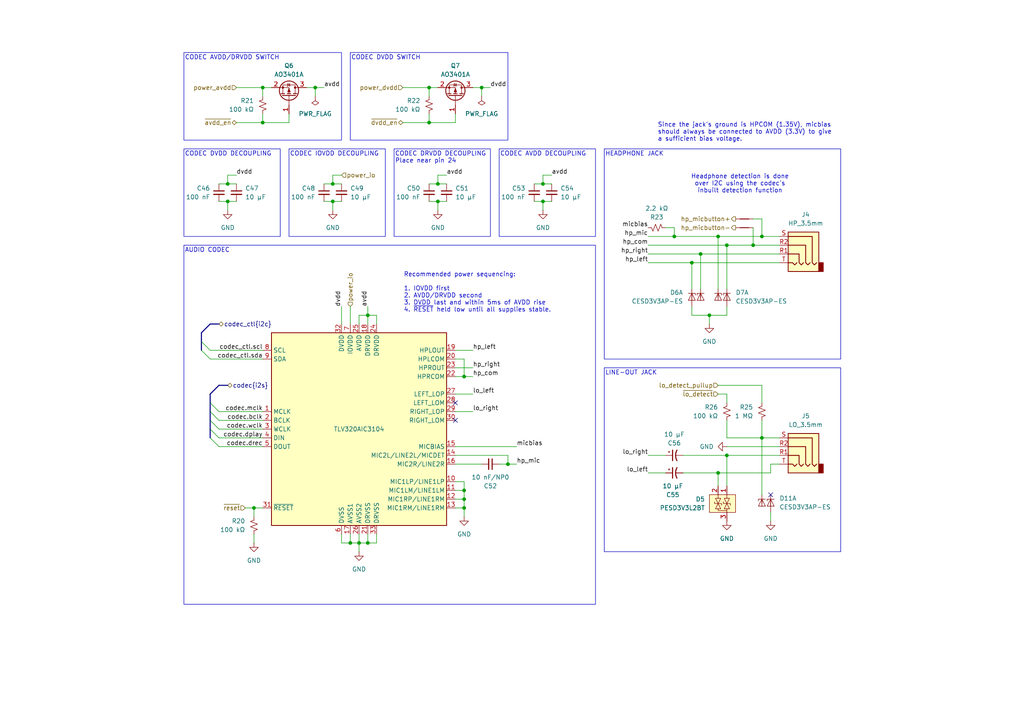
<source format=kicad_sch>
(kicad_sch (version 20250114) (generator "eeschema") (generator_version "9.0")
  (paper "A4")
  (title_block (title "Audio CODEC & 3.5mm jacks") (date "2024-11-14") (rev "Rev1.1") (comment 1 "Author: Aidan MacDonald") (comment 2 "Status: Development"))
  (lib_symbols
    (symbol "Connector_Audio:AudioJack4"
      (property "Reference" "J" (at 0 8.89 0))
      (property "Value" "AudioJack4" (at 0 6.35 0))
      (symbol "AudioJack4_0_1"
        (rectangle (start -6.35 -5.08) (end -7.62 -7.62) (stroke (width 0.254)) (fill (type outline)))
        (polyline (pts (xy -5.715 -5.08) (xy -5.08 -5.715) (xy -4.445 -5.08) (xy -4.445 2.54) (xy 2.54 2.54)) (stroke (width 0.254)))
        (polyline (pts (xy -1.905 -5.08) (xy -1.27 -5.715) (xy -0.635 -5.08) (xy -0.635 -2.54) (xy 2.54 -2.54)) (stroke (width 0.254)))
        (polyline (pts (xy 0 -5.08) (xy 0.635 -5.715) (xy 1.27 -5.08) (xy 2.54 -5.08)) (stroke (width 0.254)))
        (rectangle (start 2.54 3.81) (end -6.35 -7.62) (stroke (width 0.254)) (fill (type background)))
        (polyline (pts (xy 2.54 0) (xy -2.54 0) (xy -2.54 -5.08) (xy -3.175 -5.715) (xy -3.81 -5.08)) (stroke (width 0.254)))
      )
      (symbol "AudioJack4_1_1"
        (pin passive line (at 5.08 2.54 180) (length 2.54) (name "~") (number "S"))
        (pin passive line (at 5.08 0 180) (length 2.54) (name "~") (number "R2"))
        (pin passive line (at 5.08 -2.54 180) (length 2.54) (name "~") (number "R1"))
        (pin passive line (at 5.08 -5.08 180) (length 2.54) (name "~") (number "T"))
      )
    )
    (symbol "Device:C_Polarized_Small_US" (pin_numbers (hide yes)) (pin_names (offset 0.254) (hide yes))
      (property "Reference" "C" (at 0.254 1.778 0))
      (property "Value" "C_Polarized_Small_US" (at 0.254 -2.032 0))
      (symbol "C_Polarized_Small_US_0_1"
        (polyline (pts (xy -1.524 0.508) (xy 1.524 0.508)) (stroke (width 0.3048)))
        (polyline (pts (xy -1.27 1.524) (xy -0.762 1.524)))
        (polyline (pts (xy -1.016 1.27) (xy -1.016 1.778)))
        (arc (start -1.524 -0.762) (mid 0 -0.3734) (end 1.524 -0.762) (stroke (width 0.3048)))
      )
      (symbol "C_Polarized_Small_US_1_1"
        (pin passive line (at 0 2.54 270) (length 2.032) (name "~") (number "1"))
        (pin passive line (at 0 -2.54 90) (length 2.032) (name "~") (number "2"))
      )
    )
    (symbol "Device:C_Small" (pin_numbers (hide yes)) (pin_names (offset 0.254) (hide yes))
      (property "Reference" "C" (at 0.254 1.778 0))
      (property "Value" "C_Small" (at 0.254 -2.032 0))
      (symbol "C_Small_0_1"
        (polyline (pts (xy -1.524 0.508) (xy 1.524 0.508)) (stroke (width 0.3048)))
        (polyline (pts (xy -1.524 -0.508) (xy 1.524 -0.508)) (stroke (width 0.3302)))
      )
      (symbol "C_Small_1_1"
        (pin passive line (at 0 2.54 270) (length 2.032) (name "~") (number "1"))
        (pin passive line (at 0 -2.54 90) (length 2.032) (name "~") (number "2"))
      )
    )
    (symbol "Device:NetTie_2" (pin_numbers (hide yes)) (pin_names (offset 0) (hide yes)) (in_bom no)
      (property "Reference" "NT" (at 0 1.27 0))
      (property "Value" "NetTie_2" (at 0 -1.27 0))
      (symbol "NetTie_2_0_1"
        (polyline (pts (xy -1.27 0) (xy 1.27 0)) (stroke (width 0.254)))
      )
      (symbol "NetTie_2_1_1"
        (pin passive line (at -2.54 0 0) (length 2.54) (name "1") (number "1"))
        (pin passive line (at 2.54 0 180) (length 2.54) (name "2") (number "2"))
      )
    )
    (symbol "Device:Q_PMOS_GSD" (pin_names (offset 0) (hide yes))
      (property "Reference" "Q" (at 5.08 1.27 0))
      (property "Value" "Q_PMOS_GSD" (at 5.08 -1.27 0))
      (symbol "Q_PMOS_GSD_0_1"
        (polyline (pts (xy 0.254 1.905) (xy 0.254 -1.905)) (stroke (width 0.254)))
        (polyline (pts (xy 0.254 0) (xy -2.54 0)))
        (polyline (pts (xy 0.762 2.286) (xy 0.762 1.27)) (stroke (width 0.254)))
        (polyline (pts (xy 0.762 1.778) (xy 3.302 1.778) (xy 3.302 -1.778) (xy 0.762 -1.778)))
        (polyline (pts (xy 0.762 0.508) (xy 0.762 -0.508)) (stroke (width 0.254)))
        (polyline (pts (xy 0.762 -1.27) (xy 0.762 -2.286)) (stroke (width 0.254)))
        (circle (center 1.651 0) (radius 2.794) (stroke (width 0.254)))
        (polyline (pts (xy 2.286 0) (xy 1.27 0.381) (xy 1.27 -0.381) (xy 2.286 0)) (fill (type outline)))
        (polyline (pts (xy 2.54 2.54) (xy 2.54 1.778)))
        (circle (center 2.54 1.778) (radius 0.254) (fill (type outline)))
        (circle (center 2.54 -1.778) (radius 0.254) (fill (type outline)))
        (polyline (pts (xy 2.54 -2.54) (xy 2.54 0) (xy 0.762 0)))
        (polyline (pts (xy 2.794 -0.508) (xy 2.921 -0.381) (xy 3.683 -0.381) (xy 3.81 -0.254)))
        (polyline (pts (xy 3.302 -0.381) (xy 2.921 0.254) (xy 3.683 0.254) (xy 3.302 -0.381)))
      )
      (symbol "Q_PMOS_GSD_1_1"
        (pin input line (at -5.08 0 0) (length 2.54) (name "G") (number "1"))
        (pin passive line (at 2.54 5.08 270) (length 2.54) (name "D") (number "3"))
        (pin passive line (at 2.54 -5.08 90) (length 2.54) (name "S") (number "2"))
      )
    )
    (symbol "Device:R_Small_US" (pin_numbers (hide yes)) (pin_names (offset 0.254) (hide yes))
      (property "Reference" "R" (at 0.762 0.508 0))
      (property "Value" "R_Small_US" (at 0.762 -1.016 0))
      (symbol "R_Small_US_1_1"
        (polyline (pts (xy 0 1.524) (xy 1.016 1.143) (xy 0 0.762) (xy -1.016 0.381) (xy 0 0)))
        (polyline (pts (xy 0 0) (xy 1.016 -0.381) (xy 0 -0.762) (xy -1.016 -1.143) (xy 0 -1.524)))
        (pin passive line (at 0 2.54 270) (length 1.016) (name "~") (number "1"))
        (pin passive line (at 0 -2.54 90) (length 1.016) (name "~") (number "2"))
      )
    )
    (symbol "echoplayer:CESD3V3AP-ES" (pin_numbers (hide yes)) (pin_names (hide yes))
      (property "Reference" "D" (at -1.524 2.54 0))
      (property "Value" "CESD3V3AP-ES" (at 0 -2.54 0))
      (symbol "CESD3V3AP-ES_0_1"
        (polyline (pts (xy -1.27 1.016) (xy -1.27 -1.016) (xy -0.762 -1.016)))
        (polyline (pts (xy 0.762 1.016) (xy -1.27 0) (xy 0.762 -1.016) (xy 0.762 1.016)))
        (polyline (pts (xy 0.762 0) (xy -1.27 0)))
      )
      (symbol "CESD3V3AP-ES_1_1"
        (pin passive line (at -2.54 0 0) (length 2.54) (name "K1") (number "1"))
        (pin passive line (at 2.54 0 180) (length 2.54) (name "A") (number "3"))
      )
      (symbol "CESD3V3AP-ES_2_1"
        (pin passive line (at -2.54 0 0) (length 2.54) (name "K2") (number "2"))
      )
    )
    (symbol "echoplayer:PESD3V3L2BT" (pin_names (offset 0.002) (hide yes))
      (property "Reference" "D" (at -1.524 3.556 0))
      (property "Value" "PESD3V3L2BT" (at 0 -6.604 0))
      (symbol "PESD3V3L2BT_0_1"
        (polyline (pts (xy -1.524 0.762) (xy 0 0) (xy -1.524 -0.762) (xy -1.524 0.762)))
        (polyline (pts (xy -1.524 -1.778) (xy 0 -2.54) (xy -1.524 -3.302) (xy -1.524 -1.778)))
        (polyline (pts (xy 1.524 0.762) (xy 0 0) (xy 1.524 -0.762) (xy 1.524 0.762)))
        (polyline (pts (xy 1.524 -1.778) (xy 0 -2.54) (xy 1.524 -3.302) (xy 1.524 -1.778)))
      )
      (symbol "PESD3V3L2BT_1_1"
        (rectangle (start -2.54 2.54) (end 2.54 -5.08) (fill (type background)))
        (polyline (pts (xy -2.54 0) (xy -1.524 0)))
        (polyline (pts (xy -2.54 -2.54) (xy -1.524 -2.54)))
        (polyline (pts (xy -0.508 -1.016) (xy 0 -1.016) (xy 0 1.016) (xy 0.508 1.016)))
        (polyline (pts (xy -0.508 -3.556) (xy 0 -3.556) (xy 0 -1.524) (xy 0.508 -1.524)))
        (polyline (pts (xy 2.032 0) (xy 2.032 -2.54) (xy 1.524 -2.54)))
        (polyline (pts (xy 2.54 0) (xy 1.524 0)))
        (pin passive line (at -5.08 0 0) (length 2.54) (name "IO1") (number "1"))
        (pin passive line (at -5.08 -2.54 0) (length 2.54) (name "IO2") (number "2"))
        (pin passive line (at 5.08 0 180) (length 2.54) (name "GND") (number "3"))
      )
    )
    (symbol "echoplayer:TLV320AIC3104"
      (property "Value" "TLV320AIC3104" (at -7.366 0 0))
      (symbol "TLV320AIC3104_0_1"
        (rectangle (start -25.4 27.94) (end 25.4 -27.94) (stroke (width 0.254)) (fill (type background)))
      )
      (symbol "TLV320AIC3104_1_1"
        (pin bidirectional line (at -27.94 22.86 0) (length 2.54) (name "SCL") (number "8"))
        (pin bidirectional line (at -27.94 20.32 0) (length 2.54) (name "SDA") (number "9"))
        (pin input line (at -27.94 5.08 0) (length 2.54) (name "MCLK") (number "1"))
        (pin bidirectional line (at -27.94 2.54 0) (length 2.54) (name "BCLK") (number "2"))
        (pin bidirectional line (at -27.94 0 0) (length 2.54) (name "WCLK") (number "3"))
        (pin input line (at -27.94 -2.54 0) (length 2.54) (name "DIN") (number "4"))
        (pin output line (at -27.94 -5.08 0) (length 2.54) (name "DOUT") (number "5"))
        (pin input line (at -27.94 -22.86 0) (length 2.54) (name "~{RESET}") (number "31"))
        (pin power_in line (at -5.08 30.48 270) (length 2.54) (name "DVDD") (number "32"))
        (pin power_in line (at -5.08 -30.48 90) (length 2.54) (name "DVSS") (number "6"))
        (pin power_in line (at -2.54 30.48 270) (length 2.54) (name "IOVDD") (number "7"))
        (pin power_in line (at -2.54 -30.48 90) (length 2.54) (name "AVSS1") (number "17"))
        (pin power_in line (at 0 30.48 270) (length 2.54) (name "AVDD") (number "25"))
        (pin power_in line (at 0 -30.48 90) (length 2.54) (name "AVSS2") (number "26"))
        (pin power_in line (at 2.54 30.48 270) (length 2.54) (name "DRVDD") (number "18"))
        (pin power_in line (at 2.54 -30.48 90) (length 2.54) (name "DRVSS") (number "21"))
        (pin power_in line (at 5.08 30.48 270) (length 2.54) (name "DRVDD") (number "24"))
        (pin power_in line (at 5.08 -30.48 90) (length 2.54) (name "DRVSS") (number "33"))
        (pin output line (at 27.94 22.86 180) (length 2.54) (name "HPLOUT") (number "19"))
        (pin bidirectional line (at 27.94 20.32 180) (length 2.54) (name "HPLCOM") (number "20"))
        (pin output line (at 27.94 17.78 180) (length 2.54) (name "HPROUT") (number "23"))
        (pin output line (at 27.94 15.24 180) (length 2.54) (name "HPRCOM") (number "22"))
        (pin output line (at 27.94 10.16 180) (length 2.54) (name "LEFT_LOP") (number "27"))
        (pin output line (at 27.94 7.62 180) (length 2.54) (name "LEFT_LOM") (number "28"))
        (pin output line (at 27.94 5.08 180) (length 2.54) (name "RIGHT_LOP") (number "29"))
        (pin output line (at 27.94 2.54 180) (length 2.54) (name "RIGHT_LOM") (number "30"))
        (pin power_out line (at 27.94 -5.08 180) (length 2.54) (name "MICBIAS") (number "15"))
        (pin input line (at 27.94 -7.62 180) (length 2.54) (name "MIC2L/LINE2L/MICDET") (number "14"))
        (pin input line (at 27.94 -10.16 180) (length 2.54) (name "MIC2R/LINE2R") (number "16"))
        (pin input line (at 27.94 -15.24 180) (length 2.54) (name "MIC1LP/LINE1LP") (number "10"))
        (pin input line (at 27.94 -17.78 180) (length 2.54) (name "MIC1LM/LINE1LM") (number "11"))
        (pin input line (at 27.94 -20.32 180) (length 2.54) (name "MIC1RP/LINE1RM") (number "12"))
        (pin input line (at 27.94 -22.86 180) (length 2.54) (name "MIC1RM/LINE1RM") (number "13"))
      )
    )
    (symbol "power:GND" (power) (pin_numbers (hide yes)) (pin_names (offset 0) (hide yes))
      (property "Value" "GND" (at 0 -3.81 0))
      (symbol "GND_0_1"
        (polyline (pts (xy 0 0) (xy 0 -1.27) (xy 1.27 -1.27) (xy 0 -2.54) (xy -1.27 -1.27) (xy 0 -1.27)))
      )
      (symbol "GND_1_1"
        (pin power_in line (at 0 0 270) (length 0) (name "~") (number "1"))
      )
    )
    (symbol "power:PWR_FLAG" (power) (pin_numbers (hide yes)) (pin_names (offset 0) (hide yes))
      (property "Value" "PWR_FLAG" (at 0 3.81 0))
      (symbol "PWR_FLAG_0_0"
        (pin power_out line (at 0 0 90) (length 0) (name "~") (number "1"))
      )
      (symbol "PWR_FLAG_0_1"
        (polyline (pts (xy 0 0) (xy 0 1.27) (xy -1.016 1.905) (xy 0 2.54) (xy 1.016 1.905) (xy 0 1.27)))
      )
    )
  )
  (rectangle (start 175.26 43.18) (end 243.84 104.14))
  (rectangle (start 101.6 15.24) (end 147.32 40.64))
  (rectangle (start 175.26 106.68) (end 243.84 160.02))
  (rectangle (start 53.34 71.12) (end 172.72 175.26))
  (rectangle (start 114.3 43.18) (end 142.24 68.58))
  (rectangle (start 144.78 43.18) (end 172.72 68.58))
  (rectangle (start 83.82 43.18) (end 111.76 68.58))
  (rectangle (start 53.34 15.24) (end 99.06 40.64))
  (rectangle (start 53.34 43.18) (end 81.28 68.58))
  (text "HEADPHONE JACK" (at 175.514 43.942 0) (effects (font (size 1.27 1.27)) (justify left top)))
  (text "CODEC AVDD DECOUPLING" (at 145.034 43.942 0) (effects (font (size 1.27 1.27)) (justify left top)))
  (text "CODEC AVDD/DRVDD SWITCH" (at 53.594 16.764 0) (effects (font (size 1.27 1.27)) (justify left)))
  (text "CODEC DRVDD DECOUPLING\nPlace near pin 24" (at 114.554 43.942 0) (effects (font (size 1.27 1.27)) (justify left top)))
  (text "Headphone detection is done\nover I2C using the codec's\ninbuilt detection function" (at 214.63 53.34 0) (effects (font (size 1.27 1.27))))
  (text "CODEC DVDD DECOUPLING" (at 53.594 43.942 0) (effects (font (size 1.27 1.27)) (justify left top)))
  (text "LINE-OUT JACK" (at 175.514 107.442 0) (effects (font (size 1.27 1.27)) (justify left top)))
  (text "CODEC IOVDD DECOUPLING" (at 84.074 43.942 0) (effects (font (size 1.27 1.27)) (justify left top)))
  (text "Since the jack's ground is HPCOM (1.35V), micbias\nshould always be connected to AVDD (3.3V) to give\na sufficient bias voltage." (at 190.754 38.354 0) (effects (font (size 1.27 1.27)) (justify left)))
  (text "AUDIO CODEC" (at 53.594 71.882 0) (effects (font (size 1.27 1.27)) (justify left top)))
  (text "Recommended power sequencing:\n\n1. IOVDD first\n2. AVDD/DRVDD second\n3. DVDD last and within 5ms of AVDD rise\n4. ~{RESET} held low until all supplies stable." (at 117.094 84.836 0) (effects (font (size 1.27 1.27)) (justify left)))
  (text "CODEC DVDD SWITCH" (at 101.854 16.764 0) (effects (font (size 1.27 1.27)) (justify left)))
  (junction (at 157.48 58.42))
  (junction (at 139.7 25.4))
  (junction (at 147.32 134.62))
  (junction (at 76.2 35.56))
  (junction (at 96.52 53.34))
  (junction (at 208.28 68.58))
  (junction (at 104.14 157.48))
  (junction (at 66.04 58.42))
  (junction (at 106.68 91.44))
  (junction (at 73.66 147.32))
  (junction (at 210.82 71.12))
  (junction (at 134.62 147.32))
  (junction (at 218.44 71.12))
  (junction (at 96.52 58.42))
  (junction (at 200.66 76.2))
  (junction (at 205.74 91.44))
  (junction (at 66.04 53.34))
  (junction (at 124.46 25.4))
  (junction (at 203.2 73.66))
  (junction (at 127 53.34))
  (junction (at 76.2 25.4))
  (junction (at 220.98 127))
  (junction (at 127 58.42))
  (junction (at 134.62 142.24))
  (junction (at 106.68 157.48))
  (junction (at 195.58 68.58))
  (junction (at 157.48 53.34))
  (junction (at 208.28 137.16))
  (junction (at 210.82 132.08))
  (junction (at 101.6 157.48))
  (junction (at 91.44 25.4))
  (junction (at 134.62 144.78))
  (junction (at 220.98 68.58))
  (junction (at 124.46 35.56))
  (junction (at 134.62 109.22))
  (no_connect (at 223.52 143.51))
  (no_connect (at 132.08 116.84))
  (no_connect (at 132.08 121.92))
  (bus_entry (at 60.96 116.84) (size 2.54 2.54))
  (bus_entry (at 58.42 101.6) (size 2.54 2.54))
  (bus_entry (at 60.96 119.38) (size 2.54 2.54))
  (bus_entry (at 60.96 124.46) (size 2.54 2.54))
  (bus_entry (at 58.42 99.06) (size 2.54 2.54))
  (bus_entry (at 60.96 127) (size 2.54 2.54))
  (bus_entry (at 60.96 121.92) (size 2.54 2.54))
  (wire (pts (xy 200.66 76.2) (xy 200.66 83.82)))
  (wire (pts (xy 106.68 154.94) (xy 106.68 157.48)))
  (wire (pts (xy 104.14 91.44) (xy 106.68 91.44)))
  (wire (pts (xy 134.62 149.86) (xy 134.62 147.32)))
  (wire (pts (xy 157.48 58.42) (xy 160.02 58.42)))
  (wire (pts (xy 96.52 50.8) (xy 96.52 53.34)))
  (wire (pts (xy 226.06 127) (xy 220.98 127)))
  (wire (pts (xy 208.28 137.16) (xy 223.52 137.16)))
  (wire (pts (xy 134.62 144.78) (xy 134.62 147.32)))
  (wire (pts (xy 66.04 60.96) (xy 66.04 58.42)))
  (wire (pts (xy 210.82 132.08) (xy 226.06 132.08)))
  (bus (pts (xy 60.96 116.84) (xy 60.96 119.38)))
  (wire (pts (xy 134.62 104.14) (xy 134.62 109.22)))
  (wire (pts (xy 73.66 147.32) (xy 76.2 147.32)))
  (wire (pts (xy 147.32 134.62) (xy 149.86 134.62)))
  (wire (pts (xy 132.08 129.54) (xy 149.86 129.54)))
  (wire (pts (xy 220.98 63.5) (xy 220.98 68.58)))
  (bus (pts (xy 60.96 124.46) (xy 60.96 127)))
  (wire (pts (xy 99.06 154.94) (xy 99.06 157.48)))
  (wire (pts (xy 132.08 142.24) (xy 134.62 142.24)))
  (wire (pts (xy 208.28 68.58) (xy 208.28 83.82)))
  (wire (pts (xy 71.12 147.32) (xy 73.66 147.32)))
  (wire (pts (xy 134.62 109.22) (xy 137.16 109.22)))
  (wire (pts (xy 60.96 101.6) (xy 76.2 101.6)))
  (wire (pts (xy 195.58 68.58) (xy 208.28 68.58)))
  (wire (pts (xy 203.2 73.66) (xy 203.2 83.82)))
  (wire (pts (xy 76.2 35.56) (xy 68.58 35.56)))
  (wire (pts (xy 127 50.8) (xy 127 53.34)))
  (wire (pts (xy 83.82 33.02) (xy 83.82 35.56)))
  (wire (pts (xy 106.68 88.9) (xy 106.68 91.44)))
  (wire (pts (xy 106.68 91.44) (xy 106.68 93.98)))
  (wire (pts (xy 210.82 129.54) (xy 226.06 129.54)))
  (wire (pts (xy 104.14 154.94) (xy 104.14 157.48)))
  (wire (pts (xy 66.04 53.34) (xy 68.58 53.34)))
  (wire (pts (xy 218.44 63.5) (xy 220.98 63.5)))
  (wire (pts (xy 203.2 73.66) (xy 226.06 73.66)))
  (wire (pts (xy 200.66 76.2) (xy 226.06 76.2)))
  (wire (pts (xy 106.68 91.44) (xy 109.22 91.44)))
  (wire (pts (xy 218.44 66.04) (xy 218.44 71.12)))
  (bus (pts (xy 58.42 99.06) (xy 58.42 101.6)))
  (wire (pts (xy 93.98 58.42) (xy 96.52 58.42)))
  (wire (pts (xy 99.06 88.9) (xy 99.06 93.98)))
  (wire (pts (xy 208.28 68.58) (xy 220.98 68.58)))
  (wire (pts (xy 109.22 157.48) (xy 106.68 157.48)))
  (wire (pts (xy 218.44 71.12) (xy 226.06 71.12)))
  (bus (pts (xy 60.96 93.98) (xy 63.5 93.98)))
  (wire (pts (xy 210.82 88.9) (xy 210.82 91.44)))
  (wire (pts (xy 104.14 157.48) (xy 104.14 160.02)))
  (wire (pts (xy 91.44 25.4) (xy 93.98 25.4)))
  (wire (pts (xy 96.52 58.42) (xy 99.06 58.42)))
  (wire (pts (xy 210.82 114.3) (xy 208.28 114.3)))
  (wire (pts (xy 91.44 25.4) (xy 91.44 27.94)))
  (wire (pts (xy 144.78 134.62) (xy 147.32 134.62)))
  (wire (pts (xy 208.28 137.16) (xy 208.28 140.97)))
  (wire (pts (xy 187.96 73.66) (xy 203.2 73.66)))
  (bus (pts (xy 60.96 114.3) (xy 60.96 116.84)))
  (wire (pts (xy 109.22 91.44) (xy 109.22 93.98)))
  (wire (pts (xy 132.08 109.22) (xy 134.62 109.22)))
  (wire (pts (xy 154.94 58.42) (xy 157.48 58.42)))
  (wire (pts (xy 132.08 119.38) (xy 137.16 119.38)))
  (wire (pts (xy 76.2 33.02) (xy 76.2 35.56)))
  (wire (pts (xy 132.08 114.3) (xy 137.16 114.3)))
  (wire (pts (xy 220.98 127) (xy 220.98 121.92)))
  (wire (pts (xy 137.16 25.4) (xy 139.7 25.4)))
  (wire (pts (xy 210.82 71.12) (xy 218.44 71.12)))
  (wire (pts (xy 124.46 35.56) (xy 116.84 35.56)))
  (wire (pts (xy 223.52 137.16) (xy 223.52 134.62)))
  (wire (pts (xy 66.04 50.8) (xy 68.58 50.8)))
  (wire (pts (xy 132.08 144.78) (xy 134.62 144.78)))
  (wire (pts (xy 139.7 25.4) (xy 142.24 25.4)))
  (bus (pts (xy 60.96 119.38) (xy 60.96 121.92)))
  (wire (pts (xy 63.5 53.34) (xy 66.04 53.34)))
  (wire (pts (xy 147.32 132.08) (xy 147.32 134.62)))
  (wire (pts (xy 73.66 154.94) (xy 73.66 157.48)))
  (wire (pts (xy 101.6 154.94) (xy 101.6 157.48)))
  (bus (pts (xy 58.42 96.52) (xy 60.96 93.98)))
  (wire (pts (xy 187.96 71.12) (xy 210.82 71.12)))
  (wire (pts (xy 132.08 139.7) (xy 134.62 139.7)))
  (wire (pts (xy 210.82 116.84) (xy 210.82 114.3)))
  (wire (pts (xy 198.12 137.16) (xy 208.28 137.16)))
  (wire (pts (xy 104.14 93.98) (xy 104.14 91.44)))
  (wire (pts (xy 154.94 53.34) (xy 157.48 53.34)))
  (wire (pts (xy 193.04 66.04) (xy 195.58 66.04)))
  (wire (pts (xy 68.58 25.4) (xy 76.2 25.4)))
  (wire (pts (xy 210.82 127) (xy 220.98 127)))
  (wire (pts (xy 127 60.96) (xy 127 58.42)))
  (wire (pts (xy 223.52 134.62) (xy 226.06 134.62)))
  (wire (pts (xy 93.98 53.34) (xy 96.52 53.34)))
  (wire (pts (xy 76.2 25.4) (xy 76.2 27.94)))
  (wire (pts (xy 63.5 124.46) (xy 76.2 124.46)))
  (wire (pts (xy 132.08 35.56) (xy 124.46 35.56)))
  (wire (pts (xy 116.84 25.4) (xy 124.46 25.4)))
  (wire (pts (xy 88.9 25.4) (xy 91.44 25.4)))
  (wire (pts (xy 127 50.8) (xy 129.54 50.8)))
  (wire (pts (xy 132.08 134.62) (xy 139.7 134.62)))
  (wire (pts (xy 210.82 71.12) (xy 210.82 83.82)))
  (wire (pts (xy 106.68 157.48) (xy 104.14 157.48)))
  (wire (pts (xy 96.52 53.34) (xy 99.06 53.34)))
  (wire (pts (xy 205.74 91.44) (xy 205.74 93.98)))
  (wire (pts (xy 60.96 104.14) (xy 76.2 104.14)))
  (wire (pts (xy 63.5 127) (xy 76.2 127)))
  (wire (pts (xy 63.5 129.54) (xy 76.2 129.54)))
  (wire (pts (xy 101.6 88.9) (xy 101.6 93.98)))
  (wire (pts (xy 223.52 148.59) (xy 223.52 151.13)))
  (wire (pts (xy 157.48 50.8) (xy 160.02 50.8)))
  (wire (pts (xy 132.08 33.02) (xy 132.08 35.56)))
  (wire (pts (xy 63.5 119.38) (xy 76.2 119.38)))
  (wire (pts (xy 109.22 154.94) (xy 109.22 157.48)))
  (wire (pts (xy 134.62 139.7) (xy 134.62 142.24)))
  (wire (pts (xy 63.5 58.42) (xy 66.04 58.42)))
  (wire (pts (xy 76.2 25.4) (xy 78.74 25.4)))
  (wire (pts (xy 101.6 157.48) (xy 104.14 157.48)))
  (wire (pts (xy 96.52 50.8) (xy 99.06 50.8)))
  (wire (pts (xy 124.46 33.02) (xy 124.46 35.56)))
  (wire (pts (xy 139.7 25.4) (xy 139.7 27.94)))
  (wire (pts (xy 187.96 132.08) (xy 193.04 132.08)))
  (wire (pts (xy 195.58 66.04) (xy 195.58 68.58)))
  (bus (pts (xy 60.96 121.92) (xy 60.96 124.46)))
  (wire (pts (xy 157.48 53.34) (xy 160.02 53.34)))
  (wire (pts (xy 124.46 25.4) (xy 124.46 27.94)))
  (wire (pts (xy 132.08 104.14) (xy 134.62 104.14)))
  (wire (pts (xy 210.82 121.92) (xy 210.82 127)))
  (wire (pts (xy 200.66 91.44) (xy 205.74 91.44)))
  (wire (pts (xy 134.62 147.32) (xy 132.08 147.32)))
  (wire (pts (xy 83.82 35.56) (xy 76.2 35.56)))
  (wire (pts (xy 132.08 101.6) (xy 137.16 101.6)))
  (wire (pts (xy 63.5 121.92) (xy 76.2 121.92)))
  (wire (pts (xy 208.28 111.76) (xy 220.98 111.76)))
  (wire (pts (xy 132.08 132.08) (xy 147.32 132.08)))
  (wire (pts (xy 220.98 127) (xy 220.98 143.51)))
  (wire (pts (xy 187.96 76.2) (xy 200.66 76.2)))
  (wire (pts (xy 66.04 58.42) (xy 68.58 58.42)))
  (wire (pts (xy 157.48 50.8) (xy 157.48 53.34)))
  (wire (pts (xy 127 58.42) (xy 129.54 58.42)))
  (wire (pts (xy 200.66 88.9) (xy 200.66 91.44)))
  (wire (pts (xy 220.98 68.58) (xy 226.06 68.58)))
  (bus (pts (xy 58.42 96.52) (xy 58.42 99.06)))
  (wire (pts (xy 124.46 25.4) (xy 127 25.4)))
  (wire (pts (xy 198.12 132.08) (xy 210.82 132.08)))
  (wire (pts (xy 66.04 50.8) (xy 66.04 53.34)))
  (wire (pts (xy 99.06 157.48) (xy 101.6 157.48)))
  (wire (pts (xy 134.62 142.24) (xy 134.62 144.78)))
  (bus (pts (xy 63.5 111.76) (xy 60.96 114.3)))
  (bus (pts (xy 63.5 111.76) (xy 66.04 111.76)))
  (wire (pts (xy 210.82 132.08) (xy 210.82 140.97)))
  (wire (pts (xy 187.96 68.58) (xy 195.58 68.58)))
  (wire (pts (xy 157.48 60.96) (xy 157.48 58.42)))
  (wire (pts (xy 210.82 91.44) (xy 205.74 91.44)))
  (wire (pts (xy 127 53.34) (xy 129.54 53.34)))
  (wire (pts (xy 132.08 106.68) (xy 137.16 106.68)))
  (wire (pts (xy 96.52 60.96) (xy 96.52 58.42)))
  (wire (pts (xy 124.46 58.42) (xy 127 58.42)))
  (wire (pts (xy 73.66 147.32) (xy 73.66 149.86)))
  (wire (pts (xy 124.46 53.34) (xy 127 53.34)))
  (wire (pts (xy 220.98 111.76) (xy 220.98 116.84)))
  (wire (pts (xy 187.96 137.16) (xy 193.04 137.16)))
  (label "lo_right" (at 187.96 132.08 180))
  (label "codec_ctl.scl" (at 76.2 101.6 180))
  (label "codec.dplay" (at 76.2 127 180))
  (label "micbias" (at 149.86 129.54 0))
  (label "hp_mic" (at 187.96 68.58 180))
  (label "avdd" (at 93.98 25.4 0))
  (label "micbias" (at 187.96 66.04 180))
  (label "codec.mclk" (at 76.2 119.38 180))
  (label "hp_mic" (at 149.86 134.62 0))
  (label "hp_left" (at 187.96 76.2 180))
  (label "dvdd" (at 142.24 25.4 0))
  (label "lo_left" (at 137.16 114.3 0))
  (label "codec.drec" (at 76.2 129.54 180))
  (label "hp_right" (at 187.96 73.66 180))
  (label "codec.bclk" (at 76.2 121.92 180))
  (label "codec_ctl.sda" (at 76.2 104.14 180))
  (label "lo_right" (at 137.16 119.38 0))
  (label "hp_com" (at 137.16 109.22 0))
  (label "dvdd" (at 99.06 88.9 90))
  (label "dvdd" (at 68.58 50.8 0))
  (label "avdd" (at 129.54 50.8 0))
  (label "hp_right" (at 137.16 106.68 0))
  (label "codec.wclk" (at 76.2 124.46 180))
  (label "lo_left" (at 187.96 137.16 180))
  (label "avdd" (at 106.68 88.9 90))
  (label "hp_left" (at 137.16 101.6 0))
  (label "hp_com" (at 187.96 71.12 180))
  (label "avdd" (at 160.02 50.8 0))
  (hierarchical_label "~{dvdd_en}" (shape tri_state) (at 116.84 35.56 180))
  (hierarchical_label "codec{i2s}" (shape bidirectional) (at 66.04 111.76 0))
  (hierarchical_label "power_avdd" (shape input) (at 68.58 25.4 180))
  (hierarchical_label "hp_micbutton-" (shape output) (at 213.36 66.04 180))
  (hierarchical_label "codec_ctl{i2c}" (shape bidirectional) (at 63.5 93.98 0))
  (hierarchical_label "~{avdd_en}" (shape tri_state) (at 68.58 35.56 180))
  (hierarchical_label "~{lo_detect}" (shape input) (at 208.28 114.3 180) (effects (font (thickness 0.1588))))
  (hierarchical_label "power_io" (shape input) (at 99.06 50.8 0))
  (hierarchical_label "power_dvdd" (shape input) (at 116.84 25.4 180))
  (hierarchical_label "~{reset}" (shape input) (at 71.12 147.32 180))
  (hierarchical_label "power_io" (shape input) (at 101.6 88.9 90))
  (hierarchical_label "hp_micbutton+" (shape output) (at 213.36 63.5 180))
  (hierarchical_label "lo_detect_pullup" (shape input) (at 208.28 111.76 180) (effects (font (thickness 0.1588))))
  (symbol (lib_id "power:PWR_FLAG") (at 91.44 27.94 180) (unit 1)
    (property "Reference" "#FLG06" (effects (hide yes)))
    (property "Value" "PWR_FLAG" (at 91.44 33.02 0))
    (property "Description" "Special symbol for telling ERC where power comes from" (effects (hide yes)))
  )
  (symbol (lib_id "Device:C_Small") (at 93.98 55.88 0) (mirror y) (unit 1)
    (property "Reference" "C48" (at 91.44 54.6162 0) (effects (justify left)))
    (property "Value" "100 nF" (at 91.44 57.1562 0) (effects (justify left)))
    (property "Footprint" "Capacitor_SMD:C_0402_1005Metric" (effects (hide yes)))
    (property "Description" "Unpolarized capacitor, small symbol" (effects (hide yes)))
    (property "LCSC#" "C77020" (effects (hide yes)))
  )
  (symbol (lib_id "Device:R_Small_US") (at 210.82 119.38 0) (mirror y) (unit 1)
    (property "Reference" "R26" (at 208.28 118.1099 0) (effects (justify left)))
    (property "Value" "100 kΩ" (at 208.28 120.6499 0) (effects (justify left)))
    (property "Footprint" "Resistor_SMD:R_0402_1005Metric" (effects (hide yes)))
    (property "Description" "Resistor, small US symbol" (effects (hide yes)))
    (property "LCSC#" "C60491" (effects (hide yes)))
  )
  (symbol (lib_id "echoplayer:CESD3V3AP-ES") (at 220.98 146.05 270) (unit 2)
    (property "Reference" "D11" (effects (hide yes)))
    (property "Value" "CESD3V3AP-ES" (effects (hide yes)))
    (property "Footprint" "Package_TO_SOT_SMD:SOT-23" (effects (hide yes)))
    (property "Datasheet" "https://www.lcsc.com/datasheet/lcsc_datasheet_2409051031_ElecSuper-CESD3V3AP-ES_C5199223.pdf" (effects (hide yes)))
    (property "Description" "Unidirectional dual ESD protection diode array, 3.3V, Common Anode, SOT-23" (effects (hide yes)))
    (property "LCSC#" "C5199223" (effects (hide yes)))
  )
  (symbol (lib_id "Device:R_Small_US") (at 220.98 119.38 0) (mirror y) (unit 1)
    (property "Reference" "R25" (at 218.44 118.1099 0) (effects (justify left)))
    (property "Value" "1 MΩ" (at 218.44 120.6499 0) (effects (justify left)))
    (property "Footprint" "Resistor_SMD:R_0402_1005Metric" (effects (hide yes)))
    (property "Description" "Resistor, small US symbol" (effects (hide yes)))
    (property "LCSC#" "C138033" (effects (hide yes)))
  )
  (symbol (lib_id "Device:C_Small") (at 129.54 55.88 0) (unit 1)
    (property "Reference" "C51" (at 132.08 54.6162 0) (effects (justify left)))
    (property "Value" "10 µF" (at 132.08 57.1562 0) (effects (justify left)))
    (property "Footprint" "Capacitor_SMD:C_0603_1608Metric" (effects (hide yes)))
    (property "Description" "Unpolarized capacitor, small symbol" (effects (hide yes)))
    (property "LCSC#" "C91606" (effects (hide yes)))
  )
  (symbol (lib_id "Device:NetTie_2") (at 215.9 63.5 0) (unit 1) (in_bom no)
    (property "Reference" "NT1" (effects (hide yes)))
    (property "Value" "NetTie_2" (effects (hide yes)))
    (property "Footprint" "echoplayer:NetTie_0.15mm_SMD" (effects (hide yes)))
    (property "Description" "Net tie, 2 pins" (effects (hide yes)))
  )
  (symbol (lib_id "Device:C_Small") (at 68.58 55.88 0) (unit 1)
    (property "Reference" "C47" (at 71.12 54.6162 0) (effects (justify left)))
    (property "Value" "10 µF" (at 71.12 57.1562 0) (effects (justify left)))
    (property "Footprint" "Capacitor_SMD:C_0603_1608Metric" (effects (hide yes)))
    (property "Description" "Unpolarized capacitor, small symbol" (effects (hide yes)))
    (property "LCSC#" "C91606" (effects (hide yes)))
  )
  (symbol (lib_id "power:GND") (at 223.52 151.13 0) (unit 1)
    (property "Reference" "#PWR051" (effects (hide yes)))
    (property "Value" "GND" (at 223.52 156.21 0))
    (property "Description" "Power symbol creates a global label with name \"GND\" , ground" (effects (hide yes)))
  )
  (symbol (lib_id "Device:Q_PMOS_GSD") (at 132.08 27.94 270) (mirror x) (unit 1)
    (property "Reference" "Q7" (at 132.08 19.05 90))
    (property "Value" "AO3401A" (at 132.08 21.59 90))
    (property "Footprint" "Package_TO_SOT_SMD:SOT-23" (effects (hide yes)))
    (property "Datasheet" "https://www.lcsc.com/datasheet/lcsc_datasheet_2311091734_UMW-Youtai-Semiconductor-Co---Ltd--AO3401A_C347476.pdf" (effects (hide yes)))
    (property "Description" "P-MOSFET transistor, gate/source/drain" (effects (hide yes)))
    (property "LCSC#" "C347476" (effects (hide yes)))
  )
  (symbol (lib_id "echoplayer:CESD3V3AP-ES") (at 203.2 86.36 270) (unit 2)
    (property "Reference" "D6" (effects (hide yes)))
    (property "Value" "CESD3V3AP-ES" (effects (hide yes)))
    (property "Footprint" "Package_TO_SOT_SMD:SOT-23" (effects (hide yes)))
    (property "Datasheet" "https://www.lcsc.com/datasheet/lcsc_datasheet_2409051031_ElecSuper-CESD3V3AP-ES_C5199223.pdf" (effects (hide yes)))
    (property "Description" "Unidirectional dual ESD protection diode array, 3.3V, Common Anode, SOT-23" (effects (hide yes)))
    (property "LCSC#" "C5199223" (effects (hide yes)))
  )
  (symbol (lib_id "echoplayer:CESD3V3AP-ES") (at 210.82 86.36 270) (unit 1)
    (property "Reference" "D7" (at 213.36 84.8359 90) (effects (justify left)))
    (property "Value" "CESD3V3AP-ES" (at 213.36 87.3759 90) (effects (justify left)))
    (property "Footprint" "Package_TO_SOT_SMD:SOT-23" (effects (hide yes)))
    (property "Datasheet" "https://www.lcsc.com/datasheet/lcsc_datasheet_2409051031_ElecSuper-CESD3V3AP-ES_C5199223.pdf" (effects (hide yes)))
    (property "Description" "Unidirectional dual ESD protection diode array, 3.3V, Common Anode, SOT-23" (effects (hide yes)))
    (property "LCSC#" "C5199223" (effects (hide yes)))
  )
  (symbol (lib_id "power:PWR_FLAG") (at 139.7 27.94 180) (unit 1)
    (property "Reference" "#FLG05" (effects (hide yes)))
    (property "Value" "PWR_FLAG" (at 139.7 33.02 0))
    (property "Description" "Special symbol for telling ERC where power comes from" (effects (hide yes)))
  )
  (symbol (lib_id "Device:C_Small") (at 99.06 55.88 0) (unit 1)
    (property "Reference" "C49" (at 101.6 54.6162 0) (effects (justify left)))
    (property "Value" "10 µF" (at 101.6 57.1562 0) (effects (justify left)))
    (property "Footprint" "Capacitor_SMD:C_0603_1608Metric" (effects (hide yes)))
    (property "Description" "Unpolarized capacitor, small symbol" (effects (hide yes)))
    (property "LCSC#" "C91606" (effects (hide yes)))
  )
  (symbol (lib_id "Device:NetTie_2") (at 215.9 66.04 0) (unit 1) (in_bom no)
    (property "Reference" "NT2" (effects (hide yes)))
    (property "Value" "NetTie_2" (effects (hide yes)))
    (property "Footprint" "echoplayer:NetTie_0.15mm_SMD" (effects (hide yes)))
    (property "Description" "Net tie, 2 pins" (effects (hide yes)))
  )
  (symbol (lib_id "echoplayer:TLV320AIC3104") (at 104.14 124.46 0) (unit 1)
    (property "Reference" "U9" (effects (hide yes)))
    (property "Value" "TLV320AIC3104" (at 96.774 124.46 0) (effects (justify left)))
    (property "Footprint" "Package_DFN_QFN:Texas_RHB0032E_VQFN-32-1EP_5x5mm_P0.5mm_EP3.45x3.45mm_ThermalVias" (effects (hide yes)))
    (property "Datasheet" "http://www.ti.com/lit/ds/symlink/tlv320aic3104.pdf" (effects (hide yes)))
    (property "Description" "Low-Power Stereo Audio Codec for Portable Audio and Telephony, VQFN-32" (effects (hide yes)))
    (property "LCSC#" "C181753" (effects (hide yes)))
  )
  (symbol (lib_id "power:GND") (at 157.48 60.96 0) (unit 1)
    (property "Reference" "#PWR048" (effects (hide yes)))
    (property "Value" "GND" (at 157.48 66.04 0))
    (property "Description" "Power symbol creates a global label with name \"GND\" , ground" (effects (hide yes)))
  )
  (symbol (lib_id "Device:C_Small") (at 142.24 134.62 270) (mirror x) (unit 1)
    (property "Reference" "C52" (at 142.2336 140.97 90))
    (property "Value" "10 nF/NP0" (at 142.2336 138.43 90) (effects (font (thickness 0.1588))))
    (property "Footprint" "Capacitor_SMD:C_0603_1608Metric" (effects (hide yes)))
    (property "Description" "Unpolarized capacitor, small symbol" (effects (hide yes)))
    (property "LCSC#" "C85973" (effects (hide yes)))
  )
  (symbol (lib_id "Device:C_Polarized_Small_US") (at 195.58 132.08 90) (mirror x) (unit 1)
    (property "Reference" "C56" (at 195.58 128.524 90))
    (property "Value" "10 µF" (at 195.58 125.984 90))
    (property "Footprint" "Capacitor_SMD:CP_Elec_4x5.4" (effects (hide yes)))
    (property "Description" "Polarized capacitor, small US symbol" (effects (hide yes)))
    (property "LCSC#" "C72485" (effects (hide yes)))
  )
  (symbol (lib_id "Connector_Audio:AudioJack4") (at 231.14 71.12 0) (mirror y) (unit 1)
    (property "Reference" "J4" (at 233.68 62.23 0))
    (property "Value" "HP_3.5mm" (at 233.68 64.77 0))
    (property "Footprint" "echoplayer:Jack_3.5mm_HCTL_HC-PJ-320A-4P-D" (effects (hide yes)))
    (property "Datasheet" "https://www.lcsc.com/datasheet/lcsc_datasheet_2303141000_HCTL-HC-PJ-320A-4P-D_C5372851.pdf" (effects (hide yes)))
    (property "Description" "Audio Jack, 4 Poles (TRRS)" (effects (hide yes)))
    (property "LCSC#" "C5372851" (effects (hide yes)))
  )
  (symbol (lib_id "Device:C_Small") (at 154.94 55.88 0) (mirror y) (unit 1)
    (property "Reference" "C53" (at 152.4 54.6162 0) (effects (justify left)))
    (property "Value" "100 nF" (at 152.4 57.1562 0) (effects (justify left)))
    (property "Footprint" "Capacitor_SMD:C_0402_1005Metric" (effects (hide yes)))
    (property "Description" "Unpolarized capacitor, small symbol" (effects (hide yes)))
    (property "LCSC#" "C77020" (effects (hide yes)))
  )
  (symbol (lib_id "echoplayer:PESD3V3L2BT") (at 210.82 146.05 270) (unit 1)
    (property "Reference" "D5" (at 204.47 144.7799 90) (effects (justify right)))
    (property "Value" "PESD3V3L2BT" (at 204.47 147.3199 90) (effects (justify right)))
    (property "Footprint" "Package_TO_SOT_SMD:SOT-23" (effects (hide yes)))
    (property "Datasheet" "https://www.lcsc.com/datasheet/lcsc_datasheet_2410010101_TECH-PUBLIC-PESD3V3L2BT_C2923380.pdf" (effects (hide yes)))
    (property "Description" "Low capacitance bidirectional dual ESD protection diode array, 3.3V, SOT-23" (effects (hide yes)))
    (property "LCSC#" "C2923380" (effects (hide yes)))
  )
  (symbol (lib_id "power:GND") (at 205.74 93.98 0) (unit 1)
    (property "Reference" "#PWR050" (effects (hide yes)))
    (property "Value" "GND" (at 205.74 99.06 0))
    (property "Description" "Power symbol creates a global label with name \"GND\" , ground" (effects (hide yes)))
  )
  (symbol (lib_id "power:GND") (at 210.82 129.54 270) (unit 1)
    (property "Reference" "#PWR049" (effects (hide yes)))
    (property "Value" "GND" (at 207.01 129.5399 90) (effects (justify right)))
    (property "Description" "Power symbol creates a global label with name \"GND\" , ground" (effects (hide yes)))
  )
  (symbol (lib_id "Device:C_Small") (at 63.5 55.88 0) (mirror y) (unit 1)
    (property "Reference" "C46" (at 60.96 54.6162 0) (effects (justify left)))
    (property "Value" "100 nF" (at 60.96 57.1562 0) (effects (justify left)))
    (property "Footprint" "Capacitor_SMD:C_0402_1005Metric" (effects (hide yes)))
    (property "Description" "Unpolarized capacitor, small symbol" (effects (hide yes)))
    (property "LCSC#" "C77020" (effects (hide yes)))
  )
  (symbol (lib_id "Device:R_Small_US") (at 124.46 30.48 0) (mirror y) (unit 1)
    (property "Reference" "R22" (at 121.92 29.2099 0) (effects (justify left)))
    (property "Value" "100 kΩ" (at 121.92 31.7499 0) (effects (justify left)))
    (property "Footprint" "Resistor_SMD:R_0402_1005Metric" (effects (hide yes)))
    (property "Description" "Resistor, small US symbol" (effects (hide yes)))
    (property "LCSC#" "C60491" (effects (hide yes)))
  )
  (symbol (lib_id "Device:C_Polarized_Small_US") (at 195.58 137.16 90) (mirror x) (unit 1)
    (property "Reference" "C55" (at 195.1482 143.51 90))
    (property "Value" "10 µF" (at 195.1482 140.97 90))
    (property "Footprint" "Capacitor_SMD:CP_Elec_4x5.4" (effects (hide yes)))
    (property "Description" "Polarized capacitor, small US symbol" (effects (hide yes)))
    (property "LCSC#" "C72485" (effects (hide yes)))
  )
  (symbol (lib_id "Device:R_Small_US") (at 76.2 30.48 0) (mirror y) (unit 1)
    (property "Reference" "R21" (at 73.66 29.2099 0) (effects (justify left)))
    (property "Value" "100 kΩ" (at 73.66 31.7499 0) (effects (justify left)))
    (property "Footprint" "Resistor_SMD:R_0402_1005Metric" (effects (hide yes)))
    (property "Description" "Resistor, small US symbol" (effects (hide yes)))
    (property "LCSC#" "C60491" (effects (hide yes)))
  )
  (symbol (lib_id "Connector_Audio:AudioJack4") (at 231.14 129.54 0) (mirror y) (unit 1)
    (property "Reference" "J5" (at 233.68 120.65 0))
    (property "Value" "LO_3.5mm" (at 233.68 123.19 0))
    (property "Footprint" "echoplayer:Jack_3.5mm_HCTL_HC-PJ-320A-4P-D" (effects (hide yes)))
    (property "Datasheet" "https://www.lcsc.com/datasheet/lcsc_datasheet_2303141000_HCTL-HC-PJ-320A-4P-D_C5372851.pdf" (effects (hide yes)))
    (property "Description" "Audio Jack, 4 Poles (TRRS)" (effects (hide yes)))
    (property "LCSC#" "C5372851" (effects (hide yes)))
  )
  (symbol (lib_id "Device:C_Small") (at 160.02 55.88 0) (unit 1)
    (property "Reference" "C54" (at 162.56 54.6162 0) (effects (justify left)))
    (property "Value" "10 µF" (at 162.56 57.1562 0) (effects (justify left)))
    (property "Footprint" "Capacitor_SMD:C_0603_1608Metric" (effects (hide yes)))
    (property "Description" "Unpolarized capacitor, small symbol" (effects (hide yes)))
    (property "LCSC#" "C91606" (effects (hide yes)))
  )
  (symbol (lib_id "Device:R_Small_US") (at 190.5 66.04 90) (mirror x) (unit 1)
    (property "Reference" "R23" (at 190.5 62.992 90))
    (property "Value" "2.2 kΩ" (at 190.5 60.452 90))
    (property "Footprint" "Resistor_SMD:R_0402_1005Metric" (effects (hide yes)))
    (property "Description" "Resistor, small US symbol" (effects (hide yes)))
    (property "LCSC#" "C114762" (effects (hide yes)))
  )
  (symbol (lib_id "echoplayer:CESD3V3AP-ES") (at 200.66 86.36 90) (mirror x) (unit 1)
    (property "Reference" "D6" (at 198.12 84.8359 90) (effects (justify left)))
    (property "Value" "CESD3V3AP-ES" (at 198.12 87.3759 90) (effects (justify left)))
    (property "Footprint" "Package_TO_SOT_SMD:SOT-23" (effects (hide yes)))
    (property "Datasheet" "https://www.lcsc.com/datasheet/lcsc_datasheet_2409051031_ElecSuper-CESD3V3AP-ES_C5199223.pdf" (effects (hide yes)))
    (property "Description" "Unidirectional dual ESD protection diode array, 3.3V, Common Anode, SOT-23" (effects (hide yes)))
    (property "LCSC#" "C5199223" (effects (hide yes)))
  )
  (symbol (lib_id "Device:C_Small") (at 124.46 55.88 0) (mirror y) (unit 1)
    (property "Reference" "C50" (at 121.92 54.6162 0) (effects (justify left)))
    (property "Value" "100 nF" (at 121.92 57.1562 0) (effects (justify left)))
    (property "Footprint" "Capacitor_SMD:C_0402_1005Metric" (effects (hide yes)))
    (property "Description" "Unpolarized capacitor, small symbol" (effects (hide yes)))
    (property "LCSC#" "C77020" (effects (hide yes)))
  )
  (symbol (lib_id "echoplayer:CESD3V3AP-ES") (at 223.52 146.05 270) (unit 1)
    (property "Reference" "D11" (at 226.06 144.5259 90) (effects (justify left)))
    (property "Value" "CESD3V3AP-ES" (at 226.06 147.0659 90) (effects (justify left)))
    (property "Footprint" "Package_TO_SOT_SMD:SOT-23" (effects (hide yes)))
    (property "Datasheet" "https://www.lcsc.com/datasheet/lcsc_datasheet_2409051031_ElecSuper-CESD3V3AP-ES_C5199223.pdf" (effects (hide yes)))
    (property "Description" "Unidirectional dual ESD protection diode array, 3.3V, Common Anode, SOT-23" (effects (hide yes)))
    (property "LCSC#" "C5199223" (effects (hide yes)))
  )
  (symbol (lib_id "power:GND") (at 210.82 151.13 0) (unit 1)
    (property "Reference" "#PWR06" (effects (hide yes)))
    (property "Value" "GND" (at 210.82 156.21 0))
    (property "Description" "Power symbol creates a global label with name \"GND\" , ground" (effects (hide yes)))
  )
  (symbol (lib_id "power:GND") (at 73.66 157.48 0) (unit 1)
    (property "Reference" "#PWR044" (effects (hide yes)))
    (property "Value" "GND" (at 73.66 162.56 0))
    (property "Description" "Power symbol creates a global label with name \"GND\" , ground" (effects (hide yes)))
  )
  (symbol (lib_id "Device:Q_PMOS_GSD") (at 83.82 27.94 270) (mirror x) (unit 1)
    (property "Reference" "Q6" (at 83.82 19.05 90))
    (property "Value" "AO3401A" (at 83.82 21.59 90))
    (property "Footprint" "Package_TO_SOT_SMD:SOT-23" (effects (hide yes)))
    (property "Datasheet" "https://www.lcsc.com/datasheet/lcsc_datasheet_2311091734_UMW-Youtai-Semiconductor-Co---Ltd--AO3401A_C347476.pdf" (effects (hide yes)))
    (property "Description" "P-MOSFET transistor, gate/source/drain" (effects (hide yes)))
    (property "LCSC#" "C347476" (effects (hide yes)))
  )
  (symbol (lib_id "echoplayer:CESD3V3AP-ES") (at 208.28 86.36 90) (mirror x) (unit 2)
    (property "Reference" "D7" (effects (hide yes)))
    (property "Value" "CESD3V3AP-ES" (effects (hide yes)))
    (property "Footprint" "Package_TO_SOT_SMD:SOT-23" (effects (hide yes)))
    (property "Datasheet" "https://www.lcsc.com/datasheet/lcsc_datasheet_2409051031_ElecSuper-CESD3V3AP-ES_C5199223.pdf" (effects (hide yes)))
    (property "Description" "Unidirectional dual ESD protection diode array, 3.3V, Common Anode, SOT-23" (effects (hide yes)))
    (property "LCSC#" "C5199223" (effects (hide yes)))
  )
  (symbol (lib_id "power:GND") (at 134.62 149.86 0) (unit 1)
    (property "Reference" "#PWR056" (effects (hide yes)))
    (property "Value" "GND" (at 134.62 154.94 0))
    (property "Description" "Power symbol creates a global label with name \"GND\" , ground" (effects (hide yes)))
  )
  (symbol (lib_id "Device:R_Small_US") (at 73.66 152.4 0) (mirror y) (unit 1)
    (property "Reference" "R20" (at 71.12 151.1299 0) (effects (justify left)))
    (property "Value" "100 kΩ" (at 71.12 153.6699 0) (effects (justify left)))
    (property "Footprint" "Resistor_SMD:R_0402_1005Metric" (effects (hide yes)))
    (property "Description" "Resistor, small US symbol" (effects (hide yes)))
    (property "LCSC#" "C60491" (effects (hide yes)))
  )
  (symbol (lib_id "power:GND") (at 104.14 160.02 0) (unit 1)
    (property "Reference" "#PWR046" (effects (hide yes)))
    (property "Value" "GND" (at 104.14 165.1 0))
    (property "Description" "Power symbol creates a global label with name \"GND\" , ground" (effects (hide yes)))
  )
  (symbol (lib_id "power:GND") (at 127 60.96 0) (unit 1)
    (property "Reference" "#PWR047" (effects (hide yes)))
    (property "Value" "GND" (at 127 66.04 0))
    (property "Description" "Power symbol creates a global label with name \"GND\" , ground" (effects (hide yes)))
  )
  (symbol (lib_id "power:GND") (at 66.04 60.96 0) (unit 1)
    (property "Reference" "#PWR043" (effects (hide yes)))
    (property "Value" "GND" (at 66.04 66.04 0))
    (property "Description" "Power symbol creates a global label with name \"GND\" , ground" (effects (hide yes)))
  )
  (symbol (lib_id "power:GND") (at 96.52 60.96 0) (unit 1)
    (property "Reference" "#PWR045" (effects (hide yes)))
    (property "Value" "GND" (at 96.52 66.04 0))
    (property "Description" "Power symbol creates a global label with name \"GND\" , ground" (effects (hide yes)))
  )
)
</source>
